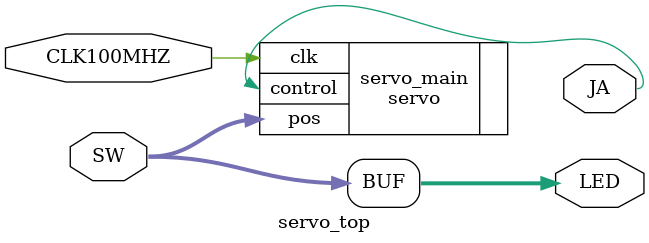
<source format=v>
`timescale 10 ns / 100 ps

module servo_top (
    input CLK100MHZ,
    input [1:0] SW,
    output [1:0] LED,
    output JA
    );

    assign LED = SW;

    servo servo_main(.clk(CLK100MHZ),.pos(SW), .control(JA));

endmodule

</source>
